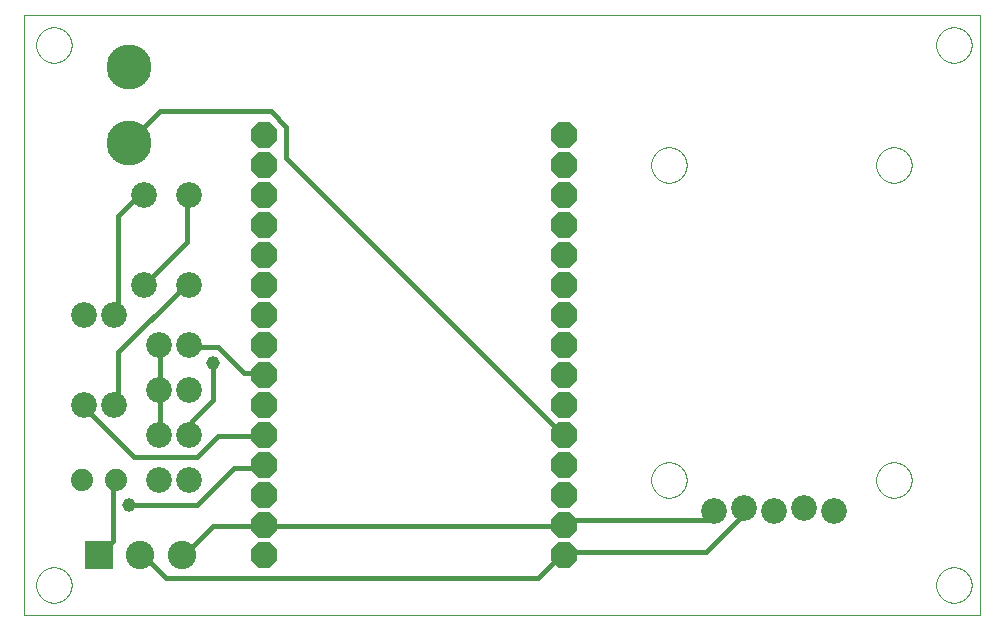
<source format=gtl>
G75*
%MOIN*%
%OFA0B0*%
%FSLAX25Y25*%
%IPPOS*%
%LPD*%
%AMOC8*
5,1,8,0,0,1.08239X$1,22.5*
%
%ADD10C,0.00000*%
%ADD11OC8,0.08600*%
%ADD12C,0.08600*%
%ADD13C,0.15000*%
%ADD14R,0.09500X0.09500*%
%ADD15C,0.09500*%
%ADD16C,0.07400*%
%ADD17C,0.01500*%
%ADD18C,0.04559*%
D10*
X0001000Y0016400D02*
X0001000Y0216361D01*
X0319701Y0216361D01*
X0319701Y0016400D01*
X0001000Y0016400D01*
X0005094Y0026400D02*
X0005096Y0026553D01*
X0005102Y0026707D01*
X0005112Y0026860D01*
X0005126Y0027012D01*
X0005144Y0027165D01*
X0005166Y0027316D01*
X0005191Y0027467D01*
X0005221Y0027618D01*
X0005255Y0027768D01*
X0005292Y0027916D01*
X0005333Y0028064D01*
X0005378Y0028210D01*
X0005427Y0028356D01*
X0005480Y0028500D01*
X0005536Y0028642D01*
X0005596Y0028783D01*
X0005660Y0028923D01*
X0005727Y0029061D01*
X0005798Y0029197D01*
X0005873Y0029331D01*
X0005950Y0029463D01*
X0006032Y0029593D01*
X0006116Y0029721D01*
X0006204Y0029847D01*
X0006295Y0029970D01*
X0006389Y0030091D01*
X0006487Y0030209D01*
X0006587Y0030325D01*
X0006691Y0030438D01*
X0006797Y0030549D01*
X0006906Y0030657D01*
X0007018Y0030762D01*
X0007132Y0030863D01*
X0007250Y0030962D01*
X0007369Y0031058D01*
X0007491Y0031151D01*
X0007616Y0031240D01*
X0007743Y0031327D01*
X0007872Y0031409D01*
X0008003Y0031489D01*
X0008136Y0031565D01*
X0008271Y0031638D01*
X0008408Y0031707D01*
X0008547Y0031772D01*
X0008687Y0031834D01*
X0008829Y0031892D01*
X0008972Y0031947D01*
X0009117Y0031998D01*
X0009263Y0032045D01*
X0009410Y0032088D01*
X0009558Y0032127D01*
X0009707Y0032163D01*
X0009857Y0032194D01*
X0010008Y0032222D01*
X0010159Y0032246D01*
X0010312Y0032266D01*
X0010464Y0032282D01*
X0010617Y0032294D01*
X0010770Y0032302D01*
X0010923Y0032306D01*
X0011077Y0032306D01*
X0011230Y0032302D01*
X0011383Y0032294D01*
X0011536Y0032282D01*
X0011688Y0032266D01*
X0011841Y0032246D01*
X0011992Y0032222D01*
X0012143Y0032194D01*
X0012293Y0032163D01*
X0012442Y0032127D01*
X0012590Y0032088D01*
X0012737Y0032045D01*
X0012883Y0031998D01*
X0013028Y0031947D01*
X0013171Y0031892D01*
X0013313Y0031834D01*
X0013453Y0031772D01*
X0013592Y0031707D01*
X0013729Y0031638D01*
X0013864Y0031565D01*
X0013997Y0031489D01*
X0014128Y0031409D01*
X0014257Y0031327D01*
X0014384Y0031240D01*
X0014509Y0031151D01*
X0014631Y0031058D01*
X0014750Y0030962D01*
X0014868Y0030863D01*
X0014982Y0030762D01*
X0015094Y0030657D01*
X0015203Y0030549D01*
X0015309Y0030438D01*
X0015413Y0030325D01*
X0015513Y0030209D01*
X0015611Y0030091D01*
X0015705Y0029970D01*
X0015796Y0029847D01*
X0015884Y0029721D01*
X0015968Y0029593D01*
X0016050Y0029463D01*
X0016127Y0029331D01*
X0016202Y0029197D01*
X0016273Y0029061D01*
X0016340Y0028923D01*
X0016404Y0028783D01*
X0016464Y0028642D01*
X0016520Y0028500D01*
X0016573Y0028356D01*
X0016622Y0028210D01*
X0016667Y0028064D01*
X0016708Y0027916D01*
X0016745Y0027768D01*
X0016779Y0027618D01*
X0016809Y0027467D01*
X0016834Y0027316D01*
X0016856Y0027165D01*
X0016874Y0027012D01*
X0016888Y0026860D01*
X0016898Y0026707D01*
X0016904Y0026553D01*
X0016906Y0026400D01*
X0016904Y0026247D01*
X0016898Y0026093D01*
X0016888Y0025940D01*
X0016874Y0025788D01*
X0016856Y0025635D01*
X0016834Y0025484D01*
X0016809Y0025333D01*
X0016779Y0025182D01*
X0016745Y0025032D01*
X0016708Y0024884D01*
X0016667Y0024736D01*
X0016622Y0024590D01*
X0016573Y0024444D01*
X0016520Y0024300D01*
X0016464Y0024158D01*
X0016404Y0024017D01*
X0016340Y0023877D01*
X0016273Y0023739D01*
X0016202Y0023603D01*
X0016127Y0023469D01*
X0016050Y0023337D01*
X0015968Y0023207D01*
X0015884Y0023079D01*
X0015796Y0022953D01*
X0015705Y0022830D01*
X0015611Y0022709D01*
X0015513Y0022591D01*
X0015413Y0022475D01*
X0015309Y0022362D01*
X0015203Y0022251D01*
X0015094Y0022143D01*
X0014982Y0022038D01*
X0014868Y0021937D01*
X0014750Y0021838D01*
X0014631Y0021742D01*
X0014509Y0021649D01*
X0014384Y0021560D01*
X0014257Y0021473D01*
X0014128Y0021391D01*
X0013997Y0021311D01*
X0013864Y0021235D01*
X0013729Y0021162D01*
X0013592Y0021093D01*
X0013453Y0021028D01*
X0013313Y0020966D01*
X0013171Y0020908D01*
X0013028Y0020853D01*
X0012883Y0020802D01*
X0012737Y0020755D01*
X0012590Y0020712D01*
X0012442Y0020673D01*
X0012293Y0020637D01*
X0012143Y0020606D01*
X0011992Y0020578D01*
X0011841Y0020554D01*
X0011688Y0020534D01*
X0011536Y0020518D01*
X0011383Y0020506D01*
X0011230Y0020498D01*
X0011077Y0020494D01*
X0010923Y0020494D01*
X0010770Y0020498D01*
X0010617Y0020506D01*
X0010464Y0020518D01*
X0010312Y0020534D01*
X0010159Y0020554D01*
X0010008Y0020578D01*
X0009857Y0020606D01*
X0009707Y0020637D01*
X0009558Y0020673D01*
X0009410Y0020712D01*
X0009263Y0020755D01*
X0009117Y0020802D01*
X0008972Y0020853D01*
X0008829Y0020908D01*
X0008687Y0020966D01*
X0008547Y0021028D01*
X0008408Y0021093D01*
X0008271Y0021162D01*
X0008136Y0021235D01*
X0008003Y0021311D01*
X0007872Y0021391D01*
X0007743Y0021473D01*
X0007616Y0021560D01*
X0007491Y0021649D01*
X0007369Y0021742D01*
X0007250Y0021838D01*
X0007132Y0021937D01*
X0007018Y0022038D01*
X0006906Y0022143D01*
X0006797Y0022251D01*
X0006691Y0022362D01*
X0006587Y0022475D01*
X0006487Y0022591D01*
X0006389Y0022709D01*
X0006295Y0022830D01*
X0006204Y0022953D01*
X0006116Y0023079D01*
X0006032Y0023207D01*
X0005950Y0023337D01*
X0005873Y0023469D01*
X0005798Y0023603D01*
X0005727Y0023739D01*
X0005660Y0023877D01*
X0005596Y0024017D01*
X0005536Y0024158D01*
X0005480Y0024300D01*
X0005427Y0024444D01*
X0005378Y0024590D01*
X0005333Y0024736D01*
X0005292Y0024884D01*
X0005255Y0025032D01*
X0005221Y0025182D01*
X0005191Y0025333D01*
X0005166Y0025484D01*
X0005144Y0025635D01*
X0005126Y0025788D01*
X0005112Y0025940D01*
X0005102Y0026093D01*
X0005096Y0026247D01*
X0005094Y0026400D01*
X0210094Y0061400D02*
X0210096Y0061553D01*
X0210102Y0061707D01*
X0210112Y0061860D01*
X0210126Y0062012D01*
X0210144Y0062165D01*
X0210166Y0062316D01*
X0210191Y0062467D01*
X0210221Y0062618D01*
X0210255Y0062768D01*
X0210292Y0062916D01*
X0210333Y0063064D01*
X0210378Y0063210D01*
X0210427Y0063356D01*
X0210480Y0063500D01*
X0210536Y0063642D01*
X0210596Y0063783D01*
X0210660Y0063923D01*
X0210727Y0064061D01*
X0210798Y0064197D01*
X0210873Y0064331D01*
X0210950Y0064463D01*
X0211032Y0064593D01*
X0211116Y0064721D01*
X0211204Y0064847D01*
X0211295Y0064970D01*
X0211389Y0065091D01*
X0211487Y0065209D01*
X0211587Y0065325D01*
X0211691Y0065438D01*
X0211797Y0065549D01*
X0211906Y0065657D01*
X0212018Y0065762D01*
X0212132Y0065863D01*
X0212250Y0065962D01*
X0212369Y0066058D01*
X0212491Y0066151D01*
X0212616Y0066240D01*
X0212743Y0066327D01*
X0212872Y0066409D01*
X0213003Y0066489D01*
X0213136Y0066565D01*
X0213271Y0066638D01*
X0213408Y0066707D01*
X0213547Y0066772D01*
X0213687Y0066834D01*
X0213829Y0066892D01*
X0213972Y0066947D01*
X0214117Y0066998D01*
X0214263Y0067045D01*
X0214410Y0067088D01*
X0214558Y0067127D01*
X0214707Y0067163D01*
X0214857Y0067194D01*
X0215008Y0067222D01*
X0215159Y0067246D01*
X0215312Y0067266D01*
X0215464Y0067282D01*
X0215617Y0067294D01*
X0215770Y0067302D01*
X0215923Y0067306D01*
X0216077Y0067306D01*
X0216230Y0067302D01*
X0216383Y0067294D01*
X0216536Y0067282D01*
X0216688Y0067266D01*
X0216841Y0067246D01*
X0216992Y0067222D01*
X0217143Y0067194D01*
X0217293Y0067163D01*
X0217442Y0067127D01*
X0217590Y0067088D01*
X0217737Y0067045D01*
X0217883Y0066998D01*
X0218028Y0066947D01*
X0218171Y0066892D01*
X0218313Y0066834D01*
X0218453Y0066772D01*
X0218592Y0066707D01*
X0218729Y0066638D01*
X0218864Y0066565D01*
X0218997Y0066489D01*
X0219128Y0066409D01*
X0219257Y0066327D01*
X0219384Y0066240D01*
X0219509Y0066151D01*
X0219631Y0066058D01*
X0219750Y0065962D01*
X0219868Y0065863D01*
X0219982Y0065762D01*
X0220094Y0065657D01*
X0220203Y0065549D01*
X0220309Y0065438D01*
X0220413Y0065325D01*
X0220513Y0065209D01*
X0220611Y0065091D01*
X0220705Y0064970D01*
X0220796Y0064847D01*
X0220884Y0064721D01*
X0220968Y0064593D01*
X0221050Y0064463D01*
X0221127Y0064331D01*
X0221202Y0064197D01*
X0221273Y0064061D01*
X0221340Y0063923D01*
X0221404Y0063783D01*
X0221464Y0063642D01*
X0221520Y0063500D01*
X0221573Y0063356D01*
X0221622Y0063210D01*
X0221667Y0063064D01*
X0221708Y0062916D01*
X0221745Y0062768D01*
X0221779Y0062618D01*
X0221809Y0062467D01*
X0221834Y0062316D01*
X0221856Y0062165D01*
X0221874Y0062012D01*
X0221888Y0061860D01*
X0221898Y0061707D01*
X0221904Y0061553D01*
X0221906Y0061400D01*
X0221904Y0061247D01*
X0221898Y0061093D01*
X0221888Y0060940D01*
X0221874Y0060788D01*
X0221856Y0060635D01*
X0221834Y0060484D01*
X0221809Y0060333D01*
X0221779Y0060182D01*
X0221745Y0060032D01*
X0221708Y0059884D01*
X0221667Y0059736D01*
X0221622Y0059590D01*
X0221573Y0059444D01*
X0221520Y0059300D01*
X0221464Y0059158D01*
X0221404Y0059017D01*
X0221340Y0058877D01*
X0221273Y0058739D01*
X0221202Y0058603D01*
X0221127Y0058469D01*
X0221050Y0058337D01*
X0220968Y0058207D01*
X0220884Y0058079D01*
X0220796Y0057953D01*
X0220705Y0057830D01*
X0220611Y0057709D01*
X0220513Y0057591D01*
X0220413Y0057475D01*
X0220309Y0057362D01*
X0220203Y0057251D01*
X0220094Y0057143D01*
X0219982Y0057038D01*
X0219868Y0056937D01*
X0219750Y0056838D01*
X0219631Y0056742D01*
X0219509Y0056649D01*
X0219384Y0056560D01*
X0219257Y0056473D01*
X0219128Y0056391D01*
X0218997Y0056311D01*
X0218864Y0056235D01*
X0218729Y0056162D01*
X0218592Y0056093D01*
X0218453Y0056028D01*
X0218313Y0055966D01*
X0218171Y0055908D01*
X0218028Y0055853D01*
X0217883Y0055802D01*
X0217737Y0055755D01*
X0217590Y0055712D01*
X0217442Y0055673D01*
X0217293Y0055637D01*
X0217143Y0055606D01*
X0216992Y0055578D01*
X0216841Y0055554D01*
X0216688Y0055534D01*
X0216536Y0055518D01*
X0216383Y0055506D01*
X0216230Y0055498D01*
X0216077Y0055494D01*
X0215923Y0055494D01*
X0215770Y0055498D01*
X0215617Y0055506D01*
X0215464Y0055518D01*
X0215312Y0055534D01*
X0215159Y0055554D01*
X0215008Y0055578D01*
X0214857Y0055606D01*
X0214707Y0055637D01*
X0214558Y0055673D01*
X0214410Y0055712D01*
X0214263Y0055755D01*
X0214117Y0055802D01*
X0213972Y0055853D01*
X0213829Y0055908D01*
X0213687Y0055966D01*
X0213547Y0056028D01*
X0213408Y0056093D01*
X0213271Y0056162D01*
X0213136Y0056235D01*
X0213003Y0056311D01*
X0212872Y0056391D01*
X0212743Y0056473D01*
X0212616Y0056560D01*
X0212491Y0056649D01*
X0212369Y0056742D01*
X0212250Y0056838D01*
X0212132Y0056937D01*
X0212018Y0057038D01*
X0211906Y0057143D01*
X0211797Y0057251D01*
X0211691Y0057362D01*
X0211587Y0057475D01*
X0211487Y0057591D01*
X0211389Y0057709D01*
X0211295Y0057830D01*
X0211204Y0057953D01*
X0211116Y0058079D01*
X0211032Y0058207D01*
X0210950Y0058337D01*
X0210873Y0058469D01*
X0210798Y0058603D01*
X0210727Y0058739D01*
X0210660Y0058877D01*
X0210596Y0059017D01*
X0210536Y0059158D01*
X0210480Y0059300D01*
X0210427Y0059444D01*
X0210378Y0059590D01*
X0210333Y0059736D01*
X0210292Y0059884D01*
X0210255Y0060032D01*
X0210221Y0060182D01*
X0210191Y0060333D01*
X0210166Y0060484D01*
X0210144Y0060635D01*
X0210126Y0060788D01*
X0210112Y0060940D01*
X0210102Y0061093D01*
X0210096Y0061247D01*
X0210094Y0061400D01*
X0285094Y0061400D02*
X0285096Y0061553D01*
X0285102Y0061707D01*
X0285112Y0061860D01*
X0285126Y0062012D01*
X0285144Y0062165D01*
X0285166Y0062316D01*
X0285191Y0062467D01*
X0285221Y0062618D01*
X0285255Y0062768D01*
X0285292Y0062916D01*
X0285333Y0063064D01*
X0285378Y0063210D01*
X0285427Y0063356D01*
X0285480Y0063500D01*
X0285536Y0063642D01*
X0285596Y0063783D01*
X0285660Y0063923D01*
X0285727Y0064061D01*
X0285798Y0064197D01*
X0285873Y0064331D01*
X0285950Y0064463D01*
X0286032Y0064593D01*
X0286116Y0064721D01*
X0286204Y0064847D01*
X0286295Y0064970D01*
X0286389Y0065091D01*
X0286487Y0065209D01*
X0286587Y0065325D01*
X0286691Y0065438D01*
X0286797Y0065549D01*
X0286906Y0065657D01*
X0287018Y0065762D01*
X0287132Y0065863D01*
X0287250Y0065962D01*
X0287369Y0066058D01*
X0287491Y0066151D01*
X0287616Y0066240D01*
X0287743Y0066327D01*
X0287872Y0066409D01*
X0288003Y0066489D01*
X0288136Y0066565D01*
X0288271Y0066638D01*
X0288408Y0066707D01*
X0288547Y0066772D01*
X0288687Y0066834D01*
X0288829Y0066892D01*
X0288972Y0066947D01*
X0289117Y0066998D01*
X0289263Y0067045D01*
X0289410Y0067088D01*
X0289558Y0067127D01*
X0289707Y0067163D01*
X0289857Y0067194D01*
X0290008Y0067222D01*
X0290159Y0067246D01*
X0290312Y0067266D01*
X0290464Y0067282D01*
X0290617Y0067294D01*
X0290770Y0067302D01*
X0290923Y0067306D01*
X0291077Y0067306D01*
X0291230Y0067302D01*
X0291383Y0067294D01*
X0291536Y0067282D01*
X0291688Y0067266D01*
X0291841Y0067246D01*
X0291992Y0067222D01*
X0292143Y0067194D01*
X0292293Y0067163D01*
X0292442Y0067127D01*
X0292590Y0067088D01*
X0292737Y0067045D01*
X0292883Y0066998D01*
X0293028Y0066947D01*
X0293171Y0066892D01*
X0293313Y0066834D01*
X0293453Y0066772D01*
X0293592Y0066707D01*
X0293729Y0066638D01*
X0293864Y0066565D01*
X0293997Y0066489D01*
X0294128Y0066409D01*
X0294257Y0066327D01*
X0294384Y0066240D01*
X0294509Y0066151D01*
X0294631Y0066058D01*
X0294750Y0065962D01*
X0294868Y0065863D01*
X0294982Y0065762D01*
X0295094Y0065657D01*
X0295203Y0065549D01*
X0295309Y0065438D01*
X0295413Y0065325D01*
X0295513Y0065209D01*
X0295611Y0065091D01*
X0295705Y0064970D01*
X0295796Y0064847D01*
X0295884Y0064721D01*
X0295968Y0064593D01*
X0296050Y0064463D01*
X0296127Y0064331D01*
X0296202Y0064197D01*
X0296273Y0064061D01*
X0296340Y0063923D01*
X0296404Y0063783D01*
X0296464Y0063642D01*
X0296520Y0063500D01*
X0296573Y0063356D01*
X0296622Y0063210D01*
X0296667Y0063064D01*
X0296708Y0062916D01*
X0296745Y0062768D01*
X0296779Y0062618D01*
X0296809Y0062467D01*
X0296834Y0062316D01*
X0296856Y0062165D01*
X0296874Y0062012D01*
X0296888Y0061860D01*
X0296898Y0061707D01*
X0296904Y0061553D01*
X0296906Y0061400D01*
X0296904Y0061247D01*
X0296898Y0061093D01*
X0296888Y0060940D01*
X0296874Y0060788D01*
X0296856Y0060635D01*
X0296834Y0060484D01*
X0296809Y0060333D01*
X0296779Y0060182D01*
X0296745Y0060032D01*
X0296708Y0059884D01*
X0296667Y0059736D01*
X0296622Y0059590D01*
X0296573Y0059444D01*
X0296520Y0059300D01*
X0296464Y0059158D01*
X0296404Y0059017D01*
X0296340Y0058877D01*
X0296273Y0058739D01*
X0296202Y0058603D01*
X0296127Y0058469D01*
X0296050Y0058337D01*
X0295968Y0058207D01*
X0295884Y0058079D01*
X0295796Y0057953D01*
X0295705Y0057830D01*
X0295611Y0057709D01*
X0295513Y0057591D01*
X0295413Y0057475D01*
X0295309Y0057362D01*
X0295203Y0057251D01*
X0295094Y0057143D01*
X0294982Y0057038D01*
X0294868Y0056937D01*
X0294750Y0056838D01*
X0294631Y0056742D01*
X0294509Y0056649D01*
X0294384Y0056560D01*
X0294257Y0056473D01*
X0294128Y0056391D01*
X0293997Y0056311D01*
X0293864Y0056235D01*
X0293729Y0056162D01*
X0293592Y0056093D01*
X0293453Y0056028D01*
X0293313Y0055966D01*
X0293171Y0055908D01*
X0293028Y0055853D01*
X0292883Y0055802D01*
X0292737Y0055755D01*
X0292590Y0055712D01*
X0292442Y0055673D01*
X0292293Y0055637D01*
X0292143Y0055606D01*
X0291992Y0055578D01*
X0291841Y0055554D01*
X0291688Y0055534D01*
X0291536Y0055518D01*
X0291383Y0055506D01*
X0291230Y0055498D01*
X0291077Y0055494D01*
X0290923Y0055494D01*
X0290770Y0055498D01*
X0290617Y0055506D01*
X0290464Y0055518D01*
X0290312Y0055534D01*
X0290159Y0055554D01*
X0290008Y0055578D01*
X0289857Y0055606D01*
X0289707Y0055637D01*
X0289558Y0055673D01*
X0289410Y0055712D01*
X0289263Y0055755D01*
X0289117Y0055802D01*
X0288972Y0055853D01*
X0288829Y0055908D01*
X0288687Y0055966D01*
X0288547Y0056028D01*
X0288408Y0056093D01*
X0288271Y0056162D01*
X0288136Y0056235D01*
X0288003Y0056311D01*
X0287872Y0056391D01*
X0287743Y0056473D01*
X0287616Y0056560D01*
X0287491Y0056649D01*
X0287369Y0056742D01*
X0287250Y0056838D01*
X0287132Y0056937D01*
X0287018Y0057038D01*
X0286906Y0057143D01*
X0286797Y0057251D01*
X0286691Y0057362D01*
X0286587Y0057475D01*
X0286487Y0057591D01*
X0286389Y0057709D01*
X0286295Y0057830D01*
X0286204Y0057953D01*
X0286116Y0058079D01*
X0286032Y0058207D01*
X0285950Y0058337D01*
X0285873Y0058469D01*
X0285798Y0058603D01*
X0285727Y0058739D01*
X0285660Y0058877D01*
X0285596Y0059017D01*
X0285536Y0059158D01*
X0285480Y0059300D01*
X0285427Y0059444D01*
X0285378Y0059590D01*
X0285333Y0059736D01*
X0285292Y0059884D01*
X0285255Y0060032D01*
X0285221Y0060182D01*
X0285191Y0060333D01*
X0285166Y0060484D01*
X0285144Y0060635D01*
X0285126Y0060788D01*
X0285112Y0060940D01*
X0285102Y0061093D01*
X0285096Y0061247D01*
X0285094Y0061400D01*
X0305094Y0026400D02*
X0305096Y0026553D01*
X0305102Y0026707D01*
X0305112Y0026860D01*
X0305126Y0027012D01*
X0305144Y0027165D01*
X0305166Y0027316D01*
X0305191Y0027467D01*
X0305221Y0027618D01*
X0305255Y0027768D01*
X0305292Y0027916D01*
X0305333Y0028064D01*
X0305378Y0028210D01*
X0305427Y0028356D01*
X0305480Y0028500D01*
X0305536Y0028642D01*
X0305596Y0028783D01*
X0305660Y0028923D01*
X0305727Y0029061D01*
X0305798Y0029197D01*
X0305873Y0029331D01*
X0305950Y0029463D01*
X0306032Y0029593D01*
X0306116Y0029721D01*
X0306204Y0029847D01*
X0306295Y0029970D01*
X0306389Y0030091D01*
X0306487Y0030209D01*
X0306587Y0030325D01*
X0306691Y0030438D01*
X0306797Y0030549D01*
X0306906Y0030657D01*
X0307018Y0030762D01*
X0307132Y0030863D01*
X0307250Y0030962D01*
X0307369Y0031058D01*
X0307491Y0031151D01*
X0307616Y0031240D01*
X0307743Y0031327D01*
X0307872Y0031409D01*
X0308003Y0031489D01*
X0308136Y0031565D01*
X0308271Y0031638D01*
X0308408Y0031707D01*
X0308547Y0031772D01*
X0308687Y0031834D01*
X0308829Y0031892D01*
X0308972Y0031947D01*
X0309117Y0031998D01*
X0309263Y0032045D01*
X0309410Y0032088D01*
X0309558Y0032127D01*
X0309707Y0032163D01*
X0309857Y0032194D01*
X0310008Y0032222D01*
X0310159Y0032246D01*
X0310312Y0032266D01*
X0310464Y0032282D01*
X0310617Y0032294D01*
X0310770Y0032302D01*
X0310923Y0032306D01*
X0311077Y0032306D01*
X0311230Y0032302D01*
X0311383Y0032294D01*
X0311536Y0032282D01*
X0311688Y0032266D01*
X0311841Y0032246D01*
X0311992Y0032222D01*
X0312143Y0032194D01*
X0312293Y0032163D01*
X0312442Y0032127D01*
X0312590Y0032088D01*
X0312737Y0032045D01*
X0312883Y0031998D01*
X0313028Y0031947D01*
X0313171Y0031892D01*
X0313313Y0031834D01*
X0313453Y0031772D01*
X0313592Y0031707D01*
X0313729Y0031638D01*
X0313864Y0031565D01*
X0313997Y0031489D01*
X0314128Y0031409D01*
X0314257Y0031327D01*
X0314384Y0031240D01*
X0314509Y0031151D01*
X0314631Y0031058D01*
X0314750Y0030962D01*
X0314868Y0030863D01*
X0314982Y0030762D01*
X0315094Y0030657D01*
X0315203Y0030549D01*
X0315309Y0030438D01*
X0315413Y0030325D01*
X0315513Y0030209D01*
X0315611Y0030091D01*
X0315705Y0029970D01*
X0315796Y0029847D01*
X0315884Y0029721D01*
X0315968Y0029593D01*
X0316050Y0029463D01*
X0316127Y0029331D01*
X0316202Y0029197D01*
X0316273Y0029061D01*
X0316340Y0028923D01*
X0316404Y0028783D01*
X0316464Y0028642D01*
X0316520Y0028500D01*
X0316573Y0028356D01*
X0316622Y0028210D01*
X0316667Y0028064D01*
X0316708Y0027916D01*
X0316745Y0027768D01*
X0316779Y0027618D01*
X0316809Y0027467D01*
X0316834Y0027316D01*
X0316856Y0027165D01*
X0316874Y0027012D01*
X0316888Y0026860D01*
X0316898Y0026707D01*
X0316904Y0026553D01*
X0316906Y0026400D01*
X0316904Y0026247D01*
X0316898Y0026093D01*
X0316888Y0025940D01*
X0316874Y0025788D01*
X0316856Y0025635D01*
X0316834Y0025484D01*
X0316809Y0025333D01*
X0316779Y0025182D01*
X0316745Y0025032D01*
X0316708Y0024884D01*
X0316667Y0024736D01*
X0316622Y0024590D01*
X0316573Y0024444D01*
X0316520Y0024300D01*
X0316464Y0024158D01*
X0316404Y0024017D01*
X0316340Y0023877D01*
X0316273Y0023739D01*
X0316202Y0023603D01*
X0316127Y0023469D01*
X0316050Y0023337D01*
X0315968Y0023207D01*
X0315884Y0023079D01*
X0315796Y0022953D01*
X0315705Y0022830D01*
X0315611Y0022709D01*
X0315513Y0022591D01*
X0315413Y0022475D01*
X0315309Y0022362D01*
X0315203Y0022251D01*
X0315094Y0022143D01*
X0314982Y0022038D01*
X0314868Y0021937D01*
X0314750Y0021838D01*
X0314631Y0021742D01*
X0314509Y0021649D01*
X0314384Y0021560D01*
X0314257Y0021473D01*
X0314128Y0021391D01*
X0313997Y0021311D01*
X0313864Y0021235D01*
X0313729Y0021162D01*
X0313592Y0021093D01*
X0313453Y0021028D01*
X0313313Y0020966D01*
X0313171Y0020908D01*
X0313028Y0020853D01*
X0312883Y0020802D01*
X0312737Y0020755D01*
X0312590Y0020712D01*
X0312442Y0020673D01*
X0312293Y0020637D01*
X0312143Y0020606D01*
X0311992Y0020578D01*
X0311841Y0020554D01*
X0311688Y0020534D01*
X0311536Y0020518D01*
X0311383Y0020506D01*
X0311230Y0020498D01*
X0311077Y0020494D01*
X0310923Y0020494D01*
X0310770Y0020498D01*
X0310617Y0020506D01*
X0310464Y0020518D01*
X0310312Y0020534D01*
X0310159Y0020554D01*
X0310008Y0020578D01*
X0309857Y0020606D01*
X0309707Y0020637D01*
X0309558Y0020673D01*
X0309410Y0020712D01*
X0309263Y0020755D01*
X0309117Y0020802D01*
X0308972Y0020853D01*
X0308829Y0020908D01*
X0308687Y0020966D01*
X0308547Y0021028D01*
X0308408Y0021093D01*
X0308271Y0021162D01*
X0308136Y0021235D01*
X0308003Y0021311D01*
X0307872Y0021391D01*
X0307743Y0021473D01*
X0307616Y0021560D01*
X0307491Y0021649D01*
X0307369Y0021742D01*
X0307250Y0021838D01*
X0307132Y0021937D01*
X0307018Y0022038D01*
X0306906Y0022143D01*
X0306797Y0022251D01*
X0306691Y0022362D01*
X0306587Y0022475D01*
X0306487Y0022591D01*
X0306389Y0022709D01*
X0306295Y0022830D01*
X0306204Y0022953D01*
X0306116Y0023079D01*
X0306032Y0023207D01*
X0305950Y0023337D01*
X0305873Y0023469D01*
X0305798Y0023603D01*
X0305727Y0023739D01*
X0305660Y0023877D01*
X0305596Y0024017D01*
X0305536Y0024158D01*
X0305480Y0024300D01*
X0305427Y0024444D01*
X0305378Y0024590D01*
X0305333Y0024736D01*
X0305292Y0024884D01*
X0305255Y0025032D01*
X0305221Y0025182D01*
X0305191Y0025333D01*
X0305166Y0025484D01*
X0305144Y0025635D01*
X0305126Y0025788D01*
X0305112Y0025940D01*
X0305102Y0026093D01*
X0305096Y0026247D01*
X0305094Y0026400D01*
X0285094Y0166400D02*
X0285096Y0166553D01*
X0285102Y0166707D01*
X0285112Y0166860D01*
X0285126Y0167012D01*
X0285144Y0167165D01*
X0285166Y0167316D01*
X0285191Y0167467D01*
X0285221Y0167618D01*
X0285255Y0167768D01*
X0285292Y0167916D01*
X0285333Y0168064D01*
X0285378Y0168210D01*
X0285427Y0168356D01*
X0285480Y0168500D01*
X0285536Y0168642D01*
X0285596Y0168783D01*
X0285660Y0168923D01*
X0285727Y0169061D01*
X0285798Y0169197D01*
X0285873Y0169331D01*
X0285950Y0169463D01*
X0286032Y0169593D01*
X0286116Y0169721D01*
X0286204Y0169847D01*
X0286295Y0169970D01*
X0286389Y0170091D01*
X0286487Y0170209D01*
X0286587Y0170325D01*
X0286691Y0170438D01*
X0286797Y0170549D01*
X0286906Y0170657D01*
X0287018Y0170762D01*
X0287132Y0170863D01*
X0287250Y0170962D01*
X0287369Y0171058D01*
X0287491Y0171151D01*
X0287616Y0171240D01*
X0287743Y0171327D01*
X0287872Y0171409D01*
X0288003Y0171489D01*
X0288136Y0171565D01*
X0288271Y0171638D01*
X0288408Y0171707D01*
X0288547Y0171772D01*
X0288687Y0171834D01*
X0288829Y0171892D01*
X0288972Y0171947D01*
X0289117Y0171998D01*
X0289263Y0172045D01*
X0289410Y0172088D01*
X0289558Y0172127D01*
X0289707Y0172163D01*
X0289857Y0172194D01*
X0290008Y0172222D01*
X0290159Y0172246D01*
X0290312Y0172266D01*
X0290464Y0172282D01*
X0290617Y0172294D01*
X0290770Y0172302D01*
X0290923Y0172306D01*
X0291077Y0172306D01*
X0291230Y0172302D01*
X0291383Y0172294D01*
X0291536Y0172282D01*
X0291688Y0172266D01*
X0291841Y0172246D01*
X0291992Y0172222D01*
X0292143Y0172194D01*
X0292293Y0172163D01*
X0292442Y0172127D01*
X0292590Y0172088D01*
X0292737Y0172045D01*
X0292883Y0171998D01*
X0293028Y0171947D01*
X0293171Y0171892D01*
X0293313Y0171834D01*
X0293453Y0171772D01*
X0293592Y0171707D01*
X0293729Y0171638D01*
X0293864Y0171565D01*
X0293997Y0171489D01*
X0294128Y0171409D01*
X0294257Y0171327D01*
X0294384Y0171240D01*
X0294509Y0171151D01*
X0294631Y0171058D01*
X0294750Y0170962D01*
X0294868Y0170863D01*
X0294982Y0170762D01*
X0295094Y0170657D01*
X0295203Y0170549D01*
X0295309Y0170438D01*
X0295413Y0170325D01*
X0295513Y0170209D01*
X0295611Y0170091D01*
X0295705Y0169970D01*
X0295796Y0169847D01*
X0295884Y0169721D01*
X0295968Y0169593D01*
X0296050Y0169463D01*
X0296127Y0169331D01*
X0296202Y0169197D01*
X0296273Y0169061D01*
X0296340Y0168923D01*
X0296404Y0168783D01*
X0296464Y0168642D01*
X0296520Y0168500D01*
X0296573Y0168356D01*
X0296622Y0168210D01*
X0296667Y0168064D01*
X0296708Y0167916D01*
X0296745Y0167768D01*
X0296779Y0167618D01*
X0296809Y0167467D01*
X0296834Y0167316D01*
X0296856Y0167165D01*
X0296874Y0167012D01*
X0296888Y0166860D01*
X0296898Y0166707D01*
X0296904Y0166553D01*
X0296906Y0166400D01*
X0296904Y0166247D01*
X0296898Y0166093D01*
X0296888Y0165940D01*
X0296874Y0165788D01*
X0296856Y0165635D01*
X0296834Y0165484D01*
X0296809Y0165333D01*
X0296779Y0165182D01*
X0296745Y0165032D01*
X0296708Y0164884D01*
X0296667Y0164736D01*
X0296622Y0164590D01*
X0296573Y0164444D01*
X0296520Y0164300D01*
X0296464Y0164158D01*
X0296404Y0164017D01*
X0296340Y0163877D01*
X0296273Y0163739D01*
X0296202Y0163603D01*
X0296127Y0163469D01*
X0296050Y0163337D01*
X0295968Y0163207D01*
X0295884Y0163079D01*
X0295796Y0162953D01*
X0295705Y0162830D01*
X0295611Y0162709D01*
X0295513Y0162591D01*
X0295413Y0162475D01*
X0295309Y0162362D01*
X0295203Y0162251D01*
X0295094Y0162143D01*
X0294982Y0162038D01*
X0294868Y0161937D01*
X0294750Y0161838D01*
X0294631Y0161742D01*
X0294509Y0161649D01*
X0294384Y0161560D01*
X0294257Y0161473D01*
X0294128Y0161391D01*
X0293997Y0161311D01*
X0293864Y0161235D01*
X0293729Y0161162D01*
X0293592Y0161093D01*
X0293453Y0161028D01*
X0293313Y0160966D01*
X0293171Y0160908D01*
X0293028Y0160853D01*
X0292883Y0160802D01*
X0292737Y0160755D01*
X0292590Y0160712D01*
X0292442Y0160673D01*
X0292293Y0160637D01*
X0292143Y0160606D01*
X0291992Y0160578D01*
X0291841Y0160554D01*
X0291688Y0160534D01*
X0291536Y0160518D01*
X0291383Y0160506D01*
X0291230Y0160498D01*
X0291077Y0160494D01*
X0290923Y0160494D01*
X0290770Y0160498D01*
X0290617Y0160506D01*
X0290464Y0160518D01*
X0290312Y0160534D01*
X0290159Y0160554D01*
X0290008Y0160578D01*
X0289857Y0160606D01*
X0289707Y0160637D01*
X0289558Y0160673D01*
X0289410Y0160712D01*
X0289263Y0160755D01*
X0289117Y0160802D01*
X0288972Y0160853D01*
X0288829Y0160908D01*
X0288687Y0160966D01*
X0288547Y0161028D01*
X0288408Y0161093D01*
X0288271Y0161162D01*
X0288136Y0161235D01*
X0288003Y0161311D01*
X0287872Y0161391D01*
X0287743Y0161473D01*
X0287616Y0161560D01*
X0287491Y0161649D01*
X0287369Y0161742D01*
X0287250Y0161838D01*
X0287132Y0161937D01*
X0287018Y0162038D01*
X0286906Y0162143D01*
X0286797Y0162251D01*
X0286691Y0162362D01*
X0286587Y0162475D01*
X0286487Y0162591D01*
X0286389Y0162709D01*
X0286295Y0162830D01*
X0286204Y0162953D01*
X0286116Y0163079D01*
X0286032Y0163207D01*
X0285950Y0163337D01*
X0285873Y0163469D01*
X0285798Y0163603D01*
X0285727Y0163739D01*
X0285660Y0163877D01*
X0285596Y0164017D01*
X0285536Y0164158D01*
X0285480Y0164300D01*
X0285427Y0164444D01*
X0285378Y0164590D01*
X0285333Y0164736D01*
X0285292Y0164884D01*
X0285255Y0165032D01*
X0285221Y0165182D01*
X0285191Y0165333D01*
X0285166Y0165484D01*
X0285144Y0165635D01*
X0285126Y0165788D01*
X0285112Y0165940D01*
X0285102Y0166093D01*
X0285096Y0166247D01*
X0285094Y0166400D01*
X0305094Y0206400D02*
X0305096Y0206553D01*
X0305102Y0206707D01*
X0305112Y0206860D01*
X0305126Y0207012D01*
X0305144Y0207165D01*
X0305166Y0207316D01*
X0305191Y0207467D01*
X0305221Y0207618D01*
X0305255Y0207768D01*
X0305292Y0207916D01*
X0305333Y0208064D01*
X0305378Y0208210D01*
X0305427Y0208356D01*
X0305480Y0208500D01*
X0305536Y0208642D01*
X0305596Y0208783D01*
X0305660Y0208923D01*
X0305727Y0209061D01*
X0305798Y0209197D01*
X0305873Y0209331D01*
X0305950Y0209463D01*
X0306032Y0209593D01*
X0306116Y0209721D01*
X0306204Y0209847D01*
X0306295Y0209970D01*
X0306389Y0210091D01*
X0306487Y0210209D01*
X0306587Y0210325D01*
X0306691Y0210438D01*
X0306797Y0210549D01*
X0306906Y0210657D01*
X0307018Y0210762D01*
X0307132Y0210863D01*
X0307250Y0210962D01*
X0307369Y0211058D01*
X0307491Y0211151D01*
X0307616Y0211240D01*
X0307743Y0211327D01*
X0307872Y0211409D01*
X0308003Y0211489D01*
X0308136Y0211565D01*
X0308271Y0211638D01*
X0308408Y0211707D01*
X0308547Y0211772D01*
X0308687Y0211834D01*
X0308829Y0211892D01*
X0308972Y0211947D01*
X0309117Y0211998D01*
X0309263Y0212045D01*
X0309410Y0212088D01*
X0309558Y0212127D01*
X0309707Y0212163D01*
X0309857Y0212194D01*
X0310008Y0212222D01*
X0310159Y0212246D01*
X0310312Y0212266D01*
X0310464Y0212282D01*
X0310617Y0212294D01*
X0310770Y0212302D01*
X0310923Y0212306D01*
X0311077Y0212306D01*
X0311230Y0212302D01*
X0311383Y0212294D01*
X0311536Y0212282D01*
X0311688Y0212266D01*
X0311841Y0212246D01*
X0311992Y0212222D01*
X0312143Y0212194D01*
X0312293Y0212163D01*
X0312442Y0212127D01*
X0312590Y0212088D01*
X0312737Y0212045D01*
X0312883Y0211998D01*
X0313028Y0211947D01*
X0313171Y0211892D01*
X0313313Y0211834D01*
X0313453Y0211772D01*
X0313592Y0211707D01*
X0313729Y0211638D01*
X0313864Y0211565D01*
X0313997Y0211489D01*
X0314128Y0211409D01*
X0314257Y0211327D01*
X0314384Y0211240D01*
X0314509Y0211151D01*
X0314631Y0211058D01*
X0314750Y0210962D01*
X0314868Y0210863D01*
X0314982Y0210762D01*
X0315094Y0210657D01*
X0315203Y0210549D01*
X0315309Y0210438D01*
X0315413Y0210325D01*
X0315513Y0210209D01*
X0315611Y0210091D01*
X0315705Y0209970D01*
X0315796Y0209847D01*
X0315884Y0209721D01*
X0315968Y0209593D01*
X0316050Y0209463D01*
X0316127Y0209331D01*
X0316202Y0209197D01*
X0316273Y0209061D01*
X0316340Y0208923D01*
X0316404Y0208783D01*
X0316464Y0208642D01*
X0316520Y0208500D01*
X0316573Y0208356D01*
X0316622Y0208210D01*
X0316667Y0208064D01*
X0316708Y0207916D01*
X0316745Y0207768D01*
X0316779Y0207618D01*
X0316809Y0207467D01*
X0316834Y0207316D01*
X0316856Y0207165D01*
X0316874Y0207012D01*
X0316888Y0206860D01*
X0316898Y0206707D01*
X0316904Y0206553D01*
X0316906Y0206400D01*
X0316904Y0206247D01*
X0316898Y0206093D01*
X0316888Y0205940D01*
X0316874Y0205788D01*
X0316856Y0205635D01*
X0316834Y0205484D01*
X0316809Y0205333D01*
X0316779Y0205182D01*
X0316745Y0205032D01*
X0316708Y0204884D01*
X0316667Y0204736D01*
X0316622Y0204590D01*
X0316573Y0204444D01*
X0316520Y0204300D01*
X0316464Y0204158D01*
X0316404Y0204017D01*
X0316340Y0203877D01*
X0316273Y0203739D01*
X0316202Y0203603D01*
X0316127Y0203469D01*
X0316050Y0203337D01*
X0315968Y0203207D01*
X0315884Y0203079D01*
X0315796Y0202953D01*
X0315705Y0202830D01*
X0315611Y0202709D01*
X0315513Y0202591D01*
X0315413Y0202475D01*
X0315309Y0202362D01*
X0315203Y0202251D01*
X0315094Y0202143D01*
X0314982Y0202038D01*
X0314868Y0201937D01*
X0314750Y0201838D01*
X0314631Y0201742D01*
X0314509Y0201649D01*
X0314384Y0201560D01*
X0314257Y0201473D01*
X0314128Y0201391D01*
X0313997Y0201311D01*
X0313864Y0201235D01*
X0313729Y0201162D01*
X0313592Y0201093D01*
X0313453Y0201028D01*
X0313313Y0200966D01*
X0313171Y0200908D01*
X0313028Y0200853D01*
X0312883Y0200802D01*
X0312737Y0200755D01*
X0312590Y0200712D01*
X0312442Y0200673D01*
X0312293Y0200637D01*
X0312143Y0200606D01*
X0311992Y0200578D01*
X0311841Y0200554D01*
X0311688Y0200534D01*
X0311536Y0200518D01*
X0311383Y0200506D01*
X0311230Y0200498D01*
X0311077Y0200494D01*
X0310923Y0200494D01*
X0310770Y0200498D01*
X0310617Y0200506D01*
X0310464Y0200518D01*
X0310312Y0200534D01*
X0310159Y0200554D01*
X0310008Y0200578D01*
X0309857Y0200606D01*
X0309707Y0200637D01*
X0309558Y0200673D01*
X0309410Y0200712D01*
X0309263Y0200755D01*
X0309117Y0200802D01*
X0308972Y0200853D01*
X0308829Y0200908D01*
X0308687Y0200966D01*
X0308547Y0201028D01*
X0308408Y0201093D01*
X0308271Y0201162D01*
X0308136Y0201235D01*
X0308003Y0201311D01*
X0307872Y0201391D01*
X0307743Y0201473D01*
X0307616Y0201560D01*
X0307491Y0201649D01*
X0307369Y0201742D01*
X0307250Y0201838D01*
X0307132Y0201937D01*
X0307018Y0202038D01*
X0306906Y0202143D01*
X0306797Y0202251D01*
X0306691Y0202362D01*
X0306587Y0202475D01*
X0306487Y0202591D01*
X0306389Y0202709D01*
X0306295Y0202830D01*
X0306204Y0202953D01*
X0306116Y0203079D01*
X0306032Y0203207D01*
X0305950Y0203337D01*
X0305873Y0203469D01*
X0305798Y0203603D01*
X0305727Y0203739D01*
X0305660Y0203877D01*
X0305596Y0204017D01*
X0305536Y0204158D01*
X0305480Y0204300D01*
X0305427Y0204444D01*
X0305378Y0204590D01*
X0305333Y0204736D01*
X0305292Y0204884D01*
X0305255Y0205032D01*
X0305221Y0205182D01*
X0305191Y0205333D01*
X0305166Y0205484D01*
X0305144Y0205635D01*
X0305126Y0205788D01*
X0305112Y0205940D01*
X0305102Y0206093D01*
X0305096Y0206247D01*
X0305094Y0206400D01*
X0210094Y0166400D02*
X0210096Y0166553D01*
X0210102Y0166707D01*
X0210112Y0166860D01*
X0210126Y0167012D01*
X0210144Y0167165D01*
X0210166Y0167316D01*
X0210191Y0167467D01*
X0210221Y0167618D01*
X0210255Y0167768D01*
X0210292Y0167916D01*
X0210333Y0168064D01*
X0210378Y0168210D01*
X0210427Y0168356D01*
X0210480Y0168500D01*
X0210536Y0168642D01*
X0210596Y0168783D01*
X0210660Y0168923D01*
X0210727Y0169061D01*
X0210798Y0169197D01*
X0210873Y0169331D01*
X0210950Y0169463D01*
X0211032Y0169593D01*
X0211116Y0169721D01*
X0211204Y0169847D01*
X0211295Y0169970D01*
X0211389Y0170091D01*
X0211487Y0170209D01*
X0211587Y0170325D01*
X0211691Y0170438D01*
X0211797Y0170549D01*
X0211906Y0170657D01*
X0212018Y0170762D01*
X0212132Y0170863D01*
X0212250Y0170962D01*
X0212369Y0171058D01*
X0212491Y0171151D01*
X0212616Y0171240D01*
X0212743Y0171327D01*
X0212872Y0171409D01*
X0213003Y0171489D01*
X0213136Y0171565D01*
X0213271Y0171638D01*
X0213408Y0171707D01*
X0213547Y0171772D01*
X0213687Y0171834D01*
X0213829Y0171892D01*
X0213972Y0171947D01*
X0214117Y0171998D01*
X0214263Y0172045D01*
X0214410Y0172088D01*
X0214558Y0172127D01*
X0214707Y0172163D01*
X0214857Y0172194D01*
X0215008Y0172222D01*
X0215159Y0172246D01*
X0215312Y0172266D01*
X0215464Y0172282D01*
X0215617Y0172294D01*
X0215770Y0172302D01*
X0215923Y0172306D01*
X0216077Y0172306D01*
X0216230Y0172302D01*
X0216383Y0172294D01*
X0216536Y0172282D01*
X0216688Y0172266D01*
X0216841Y0172246D01*
X0216992Y0172222D01*
X0217143Y0172194D01*
X0217293Y0172163D01*
X0217442Y0172127D01*
X0217590Y0172088D01*
X0217737Y0172045D01*
X0217883Y0171998D01*
X0218028Y0171947D01*
X0218171Y0171892D01*
X0218313Y0171834D01*
X0218453Y0171772D01*
X0218592Y0171707D01*
X0218729Y0171638D01*
X0218864Y0171565D01*
X0218997Y0171489D01*
X0219128Y0171409D01*
X0219257Y0171327D01*
X0219384Y0171240D01*
X0219509Y0171151D01*
X0219631Y0171058D01*
X0219750Y0170962D01*
X0219868Y0170863D01*
X0219982Y0170762D01*
X0220094Y0170657D01*
X0220203Y0170549D01*
X0220309Y0170438D01*
X0220413Y0170325D01*
X0220513Y0170209D01*
X0220611Y0170091D01*
X0220705Y0169970D01*
X0220796Y0169847D01*
X0220884Y0169721D01*
X0220968Y0169593D01*
X0221050Y0169463D01*
X0221127Y0169331D01*
X0221202Y0169197D01*
X0221273Y0169061D01*
X0221340Y0168923D01*
X0221404Y0168783D01*
X0221464Y0168642D01*
X0221520Y0168500D01*
X0221573Y0168356D01*
X0221622Y0168210D01*
X0221667Y0168064D01*
X0221708Y0167916D01*
X0221745Y0167768D01*
X0221779Y0167618D01*
X0221809Y0167467D01*
X0221834Y0167316D01*
X0221856Y0167165D01*
X0221874Y0167012D01*
X0221888Y0166860D01*
X0221898Y0166707D01*
X0221904Y0166553D01*
X0221906Y0166400D01*
X0221904Y0166247D01*
X0221898Y0166093D01*
X0221888Y0165940D01*
X0221874Y0165788D01*
X0221856Y0165635D01*
X0221834Y0165484D01*
X0221809Y0165333D01*
X0221779Y0165182D01*
X0221745Y0165032D01*
X0221708Y0164884D01*
X0221667Y0164736D01*
X0221622Y0164590D01*
X0221573Y0164444D01*
X0221520Y0164300D01*
X0221464Y0164158D01*
X0221404Y0164017D01*
X0221340Y0163877D01*
X0221273Y0163739D01*
X0221202Y0163603D01*
X0221127Y0163469D01*
X0221050Y0163337D01*
X0220968Y0163207D01*
X0220884Y0163079D01*
X0220796Y0162953D01*
X0220705Y0162830D01*
X0220611Y0162709D01*
X0220513Y0162591D01*
X0220413Y0162475D01*
X0220309Y0162362D01*
X0220203Y0162251D01*
X0220094Y0162143D01*
X0219982Y0162038D01*
X0219868Y0161937D01*
X0219750Y0161838D01*
X0219631Y0161742D01*
X0219509Y0161649D01*
X0219384Y0161560D01*
X0219257Y0161473D01*
X0219128Y0161391D01*
X0218997Y0161311D01*
X0218864Y0161235D01*
X0218729Y0161162D01*
X0218592Y0161093D01*
X0218453Y0161028D01*
X0218313Y0160966D01*
X0218171Y0160908D01*
X0218028Y0160853D01*
X0217883Y0160802D01*
X0217737Y0160755D01*
X0217590Y0160712D01*
X0217442Y0160673D01*
X0217293Y0160637D01*
X0217143Y0160606D01*
X0216992Y0160578D01*
X0216841Y0160554D01*
X0216688Y0160534D01*
X0216536Y0160518D01*
X0216383Y0160506D01*
X0216230Y0160498D01*
X0216077Y0160494D01*
X0215923Y0160494D01*
X0215770Y0160498D01*
X0215617Y0160506D01*
X0215464Y0160518D01*
X0215312Y0160534D01*
X0215159Y0160554D01*
X0215008Y0160578D01*
X0214857Y0160606D01*
X0214707Y0160637D01*
X0214558Y0160673D01*
X0214410Y0160712D01*
X0214263Y0160755D01*
X0214117Y0160802D01*
X0213972Y0160853D01*
X0213829Y0160908D01*
X0213687Y0160966D01*
X0213547Y0161028D01*
X0213408Y0161093D01*
X0213271Y0161162D01*
X0213136Y0161235D01*
X0213003Y0161311D01*
X0212872Y0161391D01*
X0212743Y0161473D01*
X0212616Y0161560D01*
X0212491Y0161649D01*
X0212369Y0161742D01*
X0212250Y0161838D01*
X0212132Y0161937D01*
X0212018Y0162038D01*
X0211906Y0162143D01*
X0211797Y0162251D01*
X0211691Y0162362D01*
X0211587Y0162475D01*
X0211487Y0162591D01*
X0211389Y0162709D01*
X0211295Y0162830D01*
X0211204Y0162953D01*
X0211116Y0163079D01*
X0211032Y0163207D01*
X0210950Y0163337D01*
X0210873Y0163469D01*
X0210798Y0163603D01*
X0210727Y0163739D01*
X0210660Y0163877D01*
X0210596Y0164017D01*
X0210536Y0164158D01*
X0210480Y0164300D01*
X0210427Y0164444D01*
X0210378Y0164590D01*
X0210333Y0164736D01*
X0210292Y0164884D01*
X0210255Y0165032D01*
X0210221Y0165182D01*
X0210191Y0165333D01*
X0210166Y0165484D01*
X0210144Y0165635D01*
X0210126Y0165788D01*
X0210112Y0165940D01*
X0210102Y0166093D01*
X0210096Y0166247D01*
X0210094Y0166400D01*
X0005094Y0206400D02*
X0005096Y0206553D01*
X0005102Y0206707D01*
X0005112Y0206860D01*
X0005126Y0207012D01*
X0005144Y0207165D01*
X0005166Y0207316D01*
X0005191Y0207467D01*
X0005221Y0207618D01*
X0005255Y0207768D01*
X0005292Y0207916D01*
X0005333Y0208064D01*
X0005378Y0208210D01*
X0005427Y0208356D01*
X0005480Y0208500D01*
X0005536Y0208642D01*
X0005596Y0208783D01*
X0005660Y0208923D01*
X0005727Y0209061D01*
X0005798Y0209197D01*
X0005873Y0209331D01*
X0005950Y0209463D01*
X0006032Y0209593D01*
X0006116Y0209721D01*
X0006204Y0209847D01*
X0006295Y0209970D01*
X0006389Y0210091D01*
X0006487Y0210209D01*
X0006587Y0210325D01*
X0006691Y0210438D01*
X0006797Y0210549D01*
X0006906Y0210657D01*
X0007018Y0210762D01*
X0007132Y0210863D01*
X0007250Y0210962D01*
X0007369Y0211058D01*
X0007491Y0211151D01*
X0007616Y0211240D01*
X0007743Y0211327D01*
X0007872Y0211409D01*
X0008003Y0211489D01*
X0008136Y0211565D01*
X0008271Y0211638D01*
X0008408Y0211707D01*
X0008547Y0211772D01*
X0008687Y0211834D01*
X0008829Y0211892D01*
X0008972Y0211947D01*
X0009117Y0211998D01*
X0009263Y0212045D01*
X0009410Y0212088D01*
X0009558Y0212127D01*
X0009707Y0212163D01*
X0009857Y0212194D01*
X0010008Y0212222D01*
X0010159Y0212246D01*
X0010312Y0212266D01*
X0010464Y0212282D01*
X0010617Y0212294D01*
X0010770Y0212302D01*
X0010923Y0212306D01*
X0011077Y0212306D01*
X0011230Y0212302D01*
X0011383Y0212294D01*
X0011536Y0212282D01*
X0011688Y0212266D01*
X0011841Y0212246D01*
X0011992Y0212222D01*
X0012143Y0212194D01*
X0012293Y0212163D01*
X0012442Y0212127D01*
X0012590Y0212088D01*
X0012737Y0212045D01*
X0012883Y0211998D01*
X0013028Y0211947D01*
X0013171Y0211892D01*
X0013313Y0211834D01*
X0013453Y0211772D01*
X0013592Y0211707D01*
X0013729Y0211638D01*
X0013864Y0211565D01*
X0013997Y0211489D01*
X0014128Y0211409D01*
X0014257Y0211327D01*
X0014384Y0211240D01*
X0014509Y0211151D01*
X0014631Y0211058D01*
X0014750Y0210962D01*
X0014868Y0210863D01*
X0014982Y0210762D01*
X0015094Y0210657D01*
X0015203Y0210549D01*
X0015309Y0210438D01*
X0015413Y0210325D01*
X0015513Y0210209D01*
X0015611Y0210091D01*
X0015705Y0209970D01*
X0015796Y0209847D01*
X0015884Y0209721D01*
X0015968Y0209593D01*
X0016050Y0209463D01*
X0016127Y0209331D01*
X0016202Y0209197D01*
X0016273Y0209061D01*
X0016340Y0208923D01*
X0016404Y0208783D01*
X0016464Y0208642D01*
X0016520Y0208500D01*
X0016573Y0208356D01*
X0016622Y0208210D01*
X0016667Y0208064D01*
X0016708Y0207916D01*
X0016745Y0207768D01*
X0016779Y0207618D01*
X0016809Y0207467D01*
X0016834Y0207316D01*
X0016856Y0207165D01*
X0016874Y0207012D01*
X0016888Y0206860D01*
X0016898Y0206707D01*
X0016904Y0206553D01*
X0016906Y0206400D01*
X0016904Y0206247D01*
X0016898Y0206093D01*
X0016888Y0205940D01*
X0016874Y0205788D01*
X0016856Y0205635D01*
X0016834Y0205484D01*
X0016809Y0205333D01*
X0016779Y0205182D01*
X0016745Y0205032D01*
X0016708Y0204884D01*
X0016667Y0204736D01*
X0016622Y0204590D01*
X0016573Y0204444D01*
X0016520Y0204300D01*
X0016464Y0204158D01*
X0016404Y0204017D01*
X0016340Y0203877D01*
X0016273Y0203739D01*
X0016202Y0203603D01*
X0016127Y0203469D01*
X0016050Y0203337D01*
X0015968Y0203207D01*
X0015884Y0203079D01*
X0015796Y0202953D01*
X0015705Y0202830D01*
X0015611Y0202709D01*
X0015513Y0202591D01*
X0015413Y0202475D01*
X0015309Y0202362D01*
X0015203Y0202251D01*
X0015094Y0202143D01*
X0014982Y0202038D01*
X0014868Y0201937D01*
X0014750Y0201838D01*
X0014631Y0201742D01*
X0014509Y0201649D01*
X0014384Y0201560D01*
X0014257Y0201473D01*
X0014128Y0201391D01*
X0013997Y0201311D01*
X0013864Y0201235D01*
X0013729Y0201162D01*
X0013592Y0201093D01*
X0013453Y0201028D01*
X0013313Y0200966D01*
X0013171Y0200908D01*
X0013028Y0200853D01*
X0012883Y0200802D01*
X0012737Y0200755D01*
X0012590Y0200712D01*
X0012442Y0200673D01*
X0012293Y0200637D01*
X0012143Y0200606D01*
X0011992Y0200578D01*
X0011841Y0200554D01*
X0011688Y0200534D01*
X0011536Y0200518D01*
X0011383Y0200506D01*
X0011230Y0200498D01*
X0011077Y0200494D01*
X0010923Y0200494D01*
X0010770Y0200498D01*
X0010617Y0200506D01*
X0010464Y0200518D01*
X0010312Y0200534D01*
X0010159Y0200554D01*
X0010008Y0200578D01*
X0009857Y0200606D01*
X0009707Y0200637D01*
X0009558Y0200673D01*
X0009410Y0200712D01*
X0009263Y0200755D01*
X0009117Y0200802D01*
X0008972Y0200853D01*
X0008829Y0200908D01*
X0008687Y0200966D01*
X0008547Y0201028D01*
X0008408Y0201093D01*
X0008271Y0201162D01*
X0008136Y0201235D01*
X0008003Y0201311D01*
X0007872Y0201391D01*
X0007743Y0201473D01*
X0007616Y0201560D01*
X0007491Y0201649D01*
X0007369Y0201742D01*
X0007250Y0201838D01*
X0007132Y0201937D01*
X0007018Y0202038D01*
X0006906Y0202143D01*
X0006797Y0202251D01*
X0006691Y0202362D01*
X0006587Y0202475D01*
X0006487Y0202591D01*
X0006389Y0202709D01*
X0006295Y0202830D01*
X0006204Y0202953D01*
X0006116Y0203079D01*
X0006032Y0203207D01*
X0005950Y0203337D01*
X0005873Y0203469D01*
X0005798Y0203603D01*
X0005727Y0203739D01*
X0005660Y0203877D01*
X0005596Y0204017D01*
X0005536Y0204158D01*
X0005480Y0204300D01*
X0005427Y0204444D01*
X0005378Y0204590D01*
X0005333Y0204736D01*
X0005292Y0204884D01*
X0005255Y0205032D01*
X0005221Y0205182D01*
X0005191Y0205333D01*
X0005166Y0205484D01*
X0005144Y0205635D01*
X0005126Y0205788D01*
X0005112Y0205940D01*
X0005102Y0206093D01*
X0005096Y0206247D01*
X0005094Y0206400D01*
D11*
X0081000Y0176400D03*
X0081000Y0166400D03*
X0081000Y0156400D03*
X0081000Y0146400D03*
X0081000Y0136400D03*
X0081000Y0126400D03*
X0081000Y0116400D03*
X0081000Y0106400D03*
X0081000Y0096400D03*
X0081000Y0086400D03*
X0081000Y0076400D03*
X0081000Y0066400D03*
X0081000Y0056400D03*
X0081000Y0046400D03*
X0081000Y0036400D03*
X0181000Y0036400D03*
X0181000Y0046400D03*
X0181000Y0056400D03*
X0181000Y0066400D03*
X0181000Y0076400D03*
X0181000Y0086400D03*
X0181000Y0096400D03*
X0181000Y0106400D03*
X0181000Y0116400D03*
X0181000Y0126400D03*
X0181000Y0136400D03*
X0181000Y0146400D03*
X0181000Y0156400D03*
X0181000Y0166400D03*
X0181000Y0176400D03*
D12*
X0056000Y0156400D03*
X0041000Y0156400D03*
X0041000Y0126400D03*
X0031000Y0116400D03*
X0021000Y0116400D03*
X0046000Y0106400D03*
X0056000Y0106400D03*
X0056000Y0091400D03*
X0046000Y0091400D03*
X0031000Y0086400D03*
X0021000Y0086400D03*
X0046000Y0076400D03*
X0056000Y0076400D03*
X0056000Y0061400D03*
X0046000Y0061400D03*
X0056000Y0126400D03*
X0231000Y0050900D03*
X0241000Y0051900D03*
X0251000Y0050900D03*
X0261000Y0051900D03*
X0271000Y0050900D03*
D13*
X0036000Y0173605D03*
X0036000Y0199195D03*
D14*
X0026000Y0036400D03*
D15*
X0039780Y0036400D03*
X0053559Y0036400D03*
D16*
X0031700Y0061400D03*
X0020300Y0061400D03*
D17*
X0030750Y0060150D02*
X0031700Y0061400D01*
X0030750Y0060150D02*
X0030750Y0040900D01*
X0027250Y0037400D01*
X0026000Y0036400D01*
X0039780Y0036400D02*
X0041250Y0035650D01*
X0048250Y0028650D01*
X0172500Y0028650D01*
X0179500Y0035650D01*
X0181000Y0036400D01*
X0181250Y0037400D01*
X0228500Y0037400D01*
X0242500Y0051400D01*
X0241000Y0051900D01*
X0231000Y0050900D02*
X0230250Y0049650D01*
X0228500Y0047900D01*
X0181250Y0047900D01*
X0181000Y0046400D01*
X0179500Y0046150D01*
X0081500Y0046150D01*
X0081000Y0046400D01*
X0079750Y0046150D01*
X0064000Y0046150D01*
X0055250Y0037400D01*
X0053559Y0036400D01*
X0058750Y0053150D02*
X0036000Y0053150D01*
X0037750Y0068900D02*
X0020250Y0086400D01*
X0021000Y0086400D01*
X0031000Y0086400D02*
X0032500Y0086400D01*
X0032500Y0103900D01*
X0055250Y0126650D01*
X0056000Y0126400D01*
X0055250Y0140650D02*
X0041000Y0126400D01*
X0032500Y0117900D02*
X0031000Y0116400D01*
X0032500Y0117900D02*
X0032500Y0149400D01*
X0039500Y0156400D01*
X0041000Y0156400D01*
X0055250Y0156400D02*
X0056000Y0156400D01*
X0055250Y0156400D02*
X0055250Y0140650D01*
X0088500Y0168650D02*
X0088500Y0179150D01*
X0083250Y0184400D01*
X0046500Y0184400D01*
X0036000Y0173900D01*
X0036000Y0173605D01*
X0088500Y0168650D02*
X0179500Y0077650D01*
X0181000Y0076400D01*
X0081000Y0076400D02*
X0079750Y0075900D01*
X0065750Y0075900D01*
X0058750Y0068900D01*
X0037750Y0068900D01*
X0046000Y0076400D02*
X0046500Y0077650D01*
X0046500Y0089900D01*
X0046000Y0091400D01*
X0046500Y0091650D01*
X0046500Y0105650D01*
X0046000Y0106400D01*
X0056000Y0106400D02*
X0057000Y0105650D01*
X0065750Y0105650D01*
X0074500Y0096900D01*
X0079750Y0096900D01*
X0081000Y0096400D01*
X0064000Y0100400D02*
X0064000Y0088150D01*
X0057000Y0081150D01*
X0057000Y0077650D01*
X0056000Y0076400D01*
X0071000Y0065400D02*
X0058750Y0053150D01*
X0071000Y0065400D02*
X0079750Y0065400D01*
X0081000Y0066400D01*
D18*
X0036000Y0053150D03*
X0064000Y0100400D03*
M02*

</source>
